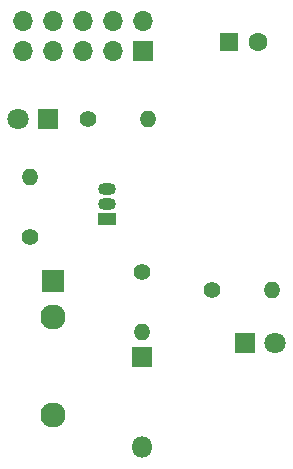
<source format=gbr>
%TF.GenerationSoftware,KiCad,Pcbnew,(6.0.0)*%
%TF.CreationDate,2022-02-15T15:19:30-08:00*%
%TF.ProjectId,LEDShieldPractice,4c454453-6869-4656-9c64-507261637469,rev?*%
%TF.SameCoordinates,Original*%
%TF.FileFunction,Soldermask,Bot*%
%TF.FilePolarity,Negative*%
%FSLAX46Y46*%
G04 Gerber Fmt 4.6, Leading zero omitted, Abs format (unit mm)*
G04 Created by KiCad (PCBNEW (6.0.0)) date 2022-02-15 15:19:30*
%MOMM*%
%LPD*%
G01*
G04 APERTURE LIST*
%ADD10C,1.400000*%
%ADD11O,1.400000X1.400000*%
%ADD12O,1.500000X1.050000*%
%ADD13R,1.500000X1.050000*%
%ADD14C,2.130000*%
%ADD15R,1.930000X1.830000*%
%ADD16R,1.700000X1.700000*%
%ADD17O,1.700000X1.700000*%
%ADD18R,1.800000X1.800000*%
%ADD19C,1.800000*%
%ADD20O,1.800000X1.800000*%
%ADD21R,1.600000X1.600000*%
%ADD22C,1.600000*%
G04 APERTURE END LIST*
D10*
%TO.C,R4*%
X33000000Y-45500000D03*
D11*
X33000000Y-40420000D03*
%TD*%
D10*
%TO.C,R3*%
X42500000Y-48460000D03*
D11*
X42500000Y-53540000D03*
%TD*%
D10*
%TO.C,R2*%
X48460000Y-50000000D03*
D11*
X53540000Y-50000000D03*
%TD*%
D10*
%TO.C,R1*%
X37960000Y-35500000D03*
D11*
X43040000Y-35500000D03*
%TD*%
D12*
%TO.C,Q1*%
X39500000Y-42730000D03*
X39500000Y-41460000D03*
D13*
X39500000Y-44000000D03*
%TD*%
D14*
%TO.C,J2*%
X34964759Y-52320000D03*
D15*
X34964759Y-49220000D03*
D14*
X34964759Y-60620000D03*
%TD*%
D16*
%TO.C,J1*%
X42575000Y-29775000D03*
D17*
X42575000Y-27235000D03*
X40035000Y-29775000D03*
X40035000Y-27235000D03*
X37495000Y-29775000D03*
X37495000Y-27235000D03*
X34955000Y-29775000D03*
X34955000Y-27235000D03*
X32415000Y-29775000D03*
X32415000Y-27235000D03*
%TD*%
D18*
%TO.C,DPWR1*%
X34500000Y-35500000D03*
D19*
X31960000Y-35500000D03*
%TD*%
D18*
%TO.C,D2*%
X51225000Y-54500000D03*
D19*
X53765000Y-54500000D03*
%TD*%
D18*
%TO.C,D1*%
X42500000Y-55690000D03*
D20*
X42500000Y-63310000D03*
%TD*%
D21*
%TO.C,C1*%
X49817621Y-29000000D03*
D22*
X52317621Y-29000000D03*
%TD*%
M02*

</source>
